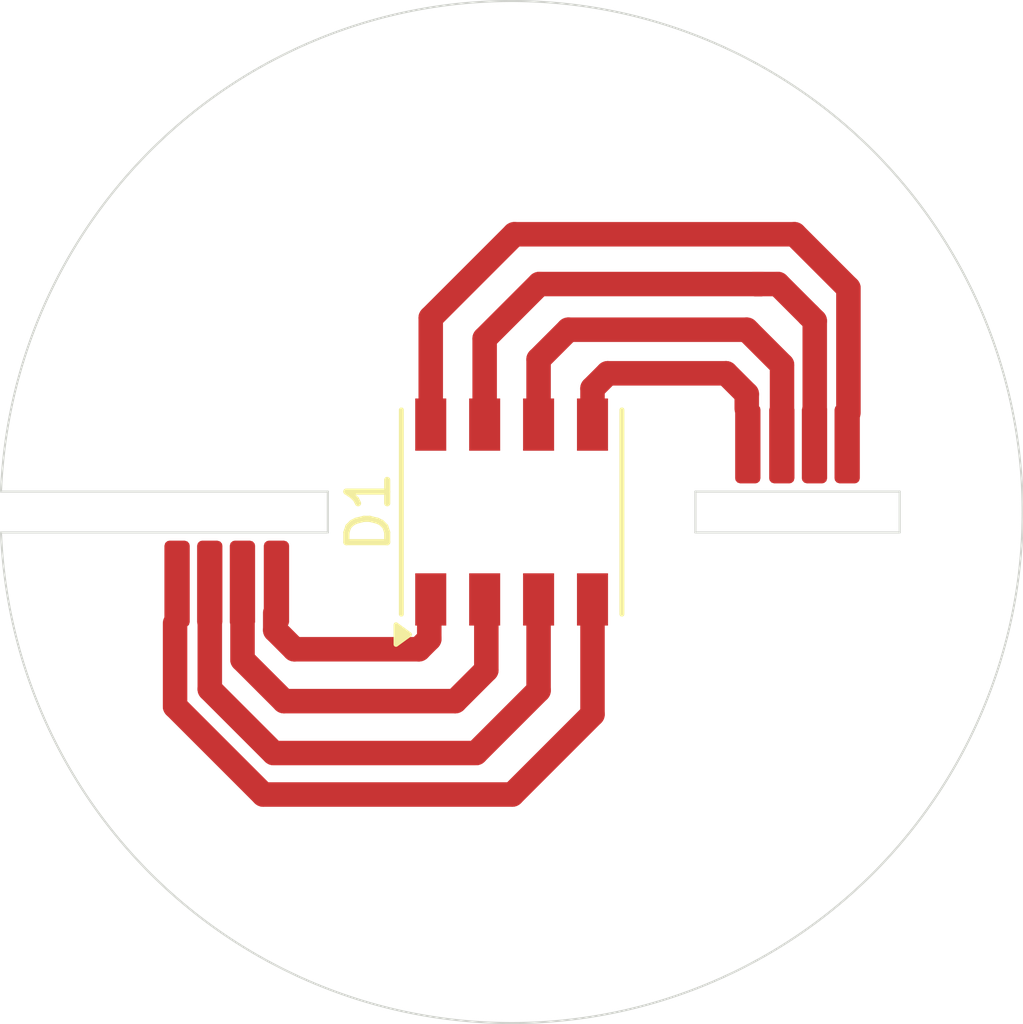
<source format=kicad_pcb>
(kicad_pcb (version 20241229) (generator "pcbnew") (generator_version "9.0")
  (layers (0 "F.Cu" signal) (2 "B.Cu" signal) (13 "F.Paste" user) (15 "B.Paste" user) (5 "F.SilkS" user "F.Silkscreen") (7 "B.SilkS" user "B.Silkscreen") (1 "F.Mask" user) (3 "B.Mask" user) (25 "Edge.Cuts" user))
  (net 0 "")
  (net 1 "Net-(D1-GA)")
  (net 2 "/LED_B")
  (net 3 "Net-(D1-RA)")
  (net 4 "/LED_G")
  (net 5 "Net-(D1-BA)")
  (net 6 "/LED_W")
  (net 7 "/LED_R")
  (net 8 "Net-(D1-WA)")
  (footprint "parts:XL-5050RGBW" (layer "F.Cu") (at 148.490004 100 -90)
    (property "Reference" "D1" (at 0 3.5 90) (layer "F.SilkS"))
    (property "Value" "LED_RGBW")
    (fp_line (start 2.5 2.7) (end -2.5 2.7) (stroke (width 0.12)) (layer "F.SilkS"))
    (fp_line (start -2.5 -2.7) (end 2.5 -2.7) (stroke (width 0.12)) (layer "F.SilkS"))
    (fp_poly (pts (xy 3 2.5) (xy 3.24 2.83) (xy 2.76 2.83) (xy 3 2.5)) (stroke (width 0.12)) (fill yes) (layer "F.SilkS"))
    (pad "1" smd rect (at -2.14 -1.98) (size 0.76 1.28) (layers "F.Cu" "F.Mask" "F.Paste") (net 3 "Net-(D1-RA)"))
    (pad "2" smd rect (at -2.14 -0.66) (size 0.76 1.28) (layers "F.Cu" "F.Mask" "F.Paste") (net 1 "Net-(D1-GA)"))
    (pad "3" smd rect (at -2.14 0.66) (size 0.76 1.28) (layers "F.Cu" "F.Mask" "F.Paste") (net 5 "Net-(D1-BA)"))
    (pad "4" smd rect (at -2.14 1.98) (size 0.76 1.28) (layers "F.Cu" "F.Mask" "F.Paste") (net 8 "Net-(D1-WA)"))
    (pad "5" smd rect (at 2.14 -1.98) (size 0.76 1.28) (layers "F.Cu" "F.Mask" "F.Paste") (net 7 "/LED_R"))
    (pad "6" smd rect (at 2.14 -0.66) (size 0.76 1.28) (layers "F.Cu" "F.Mask" "F.Paste") (net 4 "/LED_G"))
    (pad "7" smd rect (at 2.14 0.66) (size 0.76 1.28) (layers "F.Cu" "F.Mask" "F.Paste") (net 2 "/LED_B"))
    (pad "8" smd rect (at 2.14 1.98) (size 0.76 1.28) (layers "F.Cu" "F.Mask" "F.Paste") (net 6 "/LED_W"))
  )
  (gr_arc (start 135.990004 99.500001) (mid 161 100) (end 135.990004 100.5) (stroke (width 0.05)) (layer "Edge.Cuts"))
  (gr_line (start 143.990004 99.500001) (end 143.990004 100.5) (stroke (width 0.05)) (layer "Edge.Cuts"))
  (gr_line (start 152.990004 100.5) (end 152.990004 99.5) (stroke (width 0.05)) (layer "Edge.Cuts"))
  (gr_line (start 135.990005 99.500001) (end 143.990004 99.500001) (stroke (width 0.05)) (layer "Edge.Cuts"))
  (gr_line (start 152.990004 99.5) (end 157.990004 99.5) (stroke (width 0.05)) (layer "Edge.Cuts"))
  (gr_line (start 143.990004 100.5) (end 135.990004 100.5) (stroke (width 0.05)) (layer "Edge.Cuts"))
  (gr_line (start 157.990004 99.5) (end 157.990004 100.5) (stroke (width 0.05)) (layer "Edge.Cuts"))
  (gr_line (start 157.990004 100.5) (end 152.990004 100.5) (stroke (width 0.05)) (layer "Edge.Cuts"))
  (segment (start 149.150004 97.86) (end 149.150004 96.2644) (width 0.6) (layer "F.Cu") (net 1))
  (segment (start 149.877604 95.5368) (end 154.246404 95.5368) (width 0.6) (layer "F.Cu") (net 1))
  (segment (start 154.297204 95.5876) (end 155.110004 96.4004) (width 0.6) (layer "F.Cu") (net 1))
  (segment (start 155.110004 96.4004) (end 155.110004 97.4672) (width 0.6) (layer "F.Cu") (net 1))
  (segment (start 149.150004 96.2644) (end 149.877604 95.5368) (width 0.6) (layer "F.Cu") (net 1))
  (segment (start 154.246404 95.5368) (end 154.297204 95.5876) (width 0.6) (layer "F.Cu") (net 1))
  (segment (start 147.871004 103.868) (end 147.109004 104.63) (width 0.6) (layer "F.Cu") (net 2))
  (segment (start 142.918004 104.63) (end 141.902004 103.614) (width 0.6) (layer "F.Cu") (net 2))
  (segment (start 147.830004 102.14) (end 147.871004 102.181) (width 0.6) (layer "F.Cu") (net 2))
  (segment (start 147.871004 102.181) (end 147.871004 103.868) (width 0.6) (layer "F.Cu") (net 2))
  (segment (start 141.902004 103.614) (end 141.902004 102.598) (width 0.6) (layer "F.Cu") (net 2))
  (segment (start 147.109004 104.63) (end 142.918004 104.63) (width 0.6) (layer "F.Cu") (net 2))
  (segment (start 154.246404 97.1116) (end 154.246404 97.4672) (width 0.6) (layer "F.Cu") (net 3))
  (segment (start 150.470004 96.9764) (end 150.842804 96.6036) (width 0.6) (layer "F.Cu") (net 3))
  (segment (start 150.842804 96.6036) (end 153.738404 96.6036) (width 0.6) (layer "F.Cu") (net 3))
  (segment (start 153.738404 96.6036) (end 154.246404 97.1116) (width 0.6) (layer "F.Cu") (net 3))
  (segment (start 150.470004 97.86) (end 150.470004 96.9764) (width 0.6) (layer "F.Cu") (net 3))
  (segment (start 141.101004 104.337) (end 141.101004 102.598) (width 0.6) (layer "F.Cu") (net 4))
  (segment (start 149.150004 102.14) (end 149.150004 104.367) (width 0.6) (layer "F.Cu") (net 4))
  (segment (start 147.617004 105.9) (end 142.664004 105.9) (width 0.6) (layer "F.Cu") (net 4))
  (segment (start 149.150004 104.367) (end 147.617004 105.9) (width 0.6) (layer "F.Cu") (net 4))
  (segment (start 142.664004 105.9) (end 141.101004 104.337) (width 0.6) (layer "F.Cu") (net 4))
  (segment (start 149.166404 94.4192) (end 154.602004 94.4192) (width 0.6) (layer "F.Cu") (net 5))
  (segment (start 154.449604 94.4192) (end 155.008404 94.4192) (width 0.6) (layer "F.Cu") (net 5))
  (segment (start 154.602004 94.4192) (end 154.449604 94.4192) (width 0.6) (layer "F.Cu") (net 5))
  (segment (start 147.830004 97.86) (end 147.830004 95.7556) (width 0.6) (layer "F.Cu") (net 5))
  (segment (start 155.008404 94.4192) (end 155.770404 95.1812) (width 0.6) (layer "F.Cu") (net 5))
  (segment (start 147.830004 95.7556) (end 149.166404 94.4192) (width 0.6) (layer "F.Cu") (net 5))
  (segment (start 155.911004 95.3218) (end 155.911004 97.518) (width 0.6) (layer "F.Cu") (net 5))
  (segment (start 155.770404 95.1812) (end 155.911004 95.3218) (width 0.6) (layer "F.Cu") (net 5))
  (segment (start 146.220004 103.36) (end 143.172004 103.36) (width 0.6) (layer "F.Cu") (net 6))
  (segment (start 146.474004 102.176) (end 146.474004 103.106) (width 0.6) (layer "F.Cu") (net 6))
  (segment (start 142.703004 102.891) (end 142.703004 102.471) (width 0.6) (layer "F.Cu") (net 6))
  (segment (start 146.510004 102.14) (end 146.474004 102.176) (width 0.6) (layer "F.Cu") (net 6))
  (segment (start 146.474004 103.106) (end 146.220004 103.36) (width 0.6) (layer "F.Cu") (net 6))
  (segment (start 143.172004 103.36) (end 142.703004 102.891) (width 0.6) (layer "F.Cu") (net 6))
  (segment (start 140.251004 104.757) (end 140.251004 102.725) (width 0.6) (layer "F.Cu") (net 7))
  (segment (start 150.470004 104.952) (end 148.506004 106.916) (width 0.6) (layer "F.Cu") (net 7))
  (segment (start 150.470004 102.14) (end 150.470004 104.952) (width 0.6) (layer "F.Cu") (net 7))
  (segment (start 148.506004 106.916) (end 142.410004 106.916) (width 0.6) (layer "F.Cu") (net 7))
  (segment (start 142.410004 106.916) (end 140.251004 104.757) (width 0.6) (layer "F.Cu") (net 7))
  (segment (start 146.510004 97.86) (end 146.510004 95.2468) (width 0.6) (layer "F.Cu") (net 8))
  (segment (start 146.510004 95.2468) (end 148.556804 93.2) (width 0.6) (layer "F.Cu") (net 8))
  (segment (start 156.735604 94.5208) (end 156.735604 97.5688) (width 0.6) (layer "F.Cu") (net 8))
  (segment (start 155.414804 93.2) (end 156.735604 94.5208) (width 0.6) (layer "F.Cu") (net 8))
  (segment (start 148.556804 93.2) (end 155.414804 93.2) (width 0.6) (layer "F.Cu") (net 8))
  (zone (net 8) (net_name "Net-(D1-WA)") (layer "F.Cu") (priority 4) (connect_pads (clearance 0)) (min_thickness 0.25) (fill yes (thermal_gap 0.5) (thermal_bridge_width 0.5))
    (polygon (pts (xy 157.015004 97.366638) (xy 157.015004 99.747638) (xy 156.395144 99.747638) (xy 156.395144 97.366638)))
  )
  (zone (net 2) (net_name "/LED_B") (layer "F.Cu") (priority 4) (connect_pads (clearance 0)) (min_thickness 0.25) (fill yes (thermal_gap 0.5) (thermal_bridge_width 0.5))
    (polygon (pts (xy 141.590004 100.566) (xy 141.590004 102.82) (xy 142.209864 102.82) (xy 142.209864 100.566)))
  )
  (zone (net 3) (net_name "Net-(D1-RA)") (layer "F.Cu") (priority 4) (connect_pads (clearance 0)) (min_thickness 0.25) (fill yes (thermal_gap 0.5) (thermal_bridge_width 0.5))
    (polygon (pts (xy 154.58236 97.366638) (xy 154.58236 99.747638) (xy 153.9625 99.747638) (xy 153.9625 97.366638)))
  )
  (zone (net 6) (net_name "/LED_W") (layer "F.Cu") (name "LED_W") (priority 4) (connect_pads (clearance 0)) (min_thickness 0.25) (fill yes (thermal_gap 0.5) (thermal_bridge_width 0.5))
    (polygon (pts (xy 142.422648 100.566) (xy 142.422648 102.82) (xy 143.042508 102.82) (xy 143.042508 100.566)))
  )
  (zone (net 4) (net_name "/LED_G") (layer "F.Cu") (priority 4) (connect_pads (clearance 0)) (min_thickness 0.25) (fill yes (thermal_gap 0.5) (thermal_bridge_width 0.5))
    (polygon (pts (xy 140.790004 100.566) (xy 140.790004 102.82) (xy 141.409864 102.82) (xy 141.409864 100.566)))
  )
  (zone (net 1) (net_name "Net-(D1-GA)") (layer "F.Cu") (priority 4) (connect_pads (clearance 0)) (min_thickness 0.25) (fill yes (thermal_gap 0.5) (thermal_bridge_width 0.5))
    (polygon (pts (xy 155.415004 97.366638) (xy 155.415004 99.747638) (xy 154.795144 99.747638) (xy 154.795144 97.366638)))
  )
  (zone (net 7) (net_name "/LED_R") (layer "F.Cu") (priority 4) (connect_pads (clearance 0)) (min_thickness 0.25) (fill yes (thermal_gap 0.5) (thermal_bridge_width 0.5))
    (polygon (pts (xy 139.990004 100.566) (xy 139.990004 102.82) (xy 140.609864 102.82) (xy 140.609864 100.566)))
  )
  (zone (net 5) (net_name "Net-(D1-BA)") (layer "F.Cu") (priority 4) (connect_pads (clearance 0)) (min_thickness 0.25) (fill yes (thermal_gap 0.5) (thermal_bridge_width 0.5))
    (polygon (pts (xy 156.215004 97.366638) (xy 156.215004 99.747638) (xy 155.595144 99.747638) (xy 155.595144 97.366638)))
  )
)
</source>
